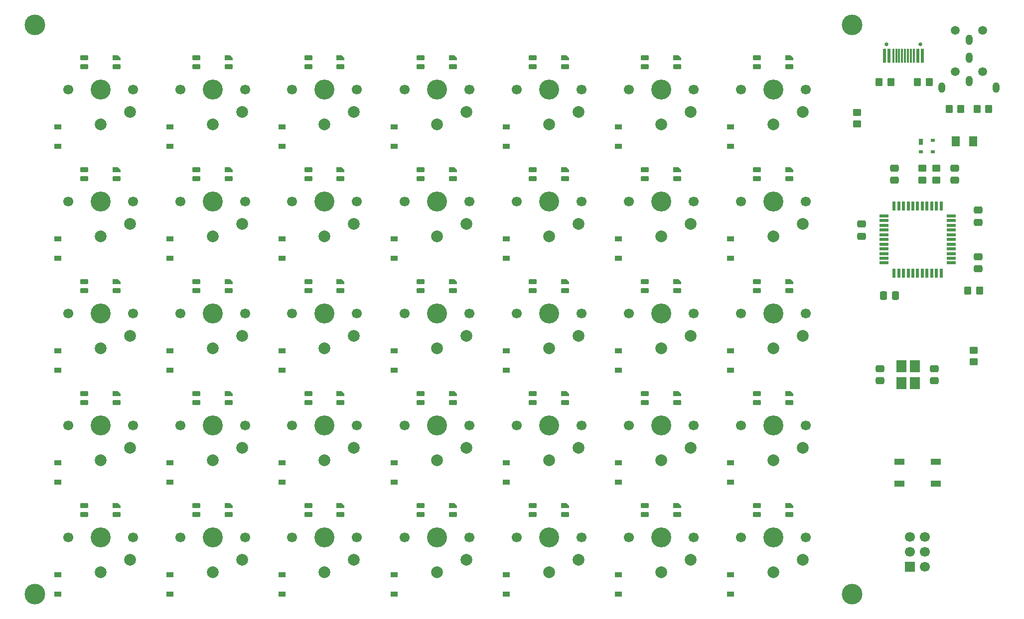
<source format=gts>
%TF.GenerationSoftware,KiCad,Pcbnew,(6.0.6)*%
%TF.CreationDate,2022-08-07T05:05:38+08:00*%
%TF.ProjectId,5x07,35783037-2e6b-4696-9361-645f70636258,rev?*%
%TF.SameCoordinates,Original*%
%TF.FileFunction,Soldermask,Top*%
%TF.FilePolarity,Negative*%
%FSLAX46Y46*%
G04 Gerber Fmt 4.6, Leading zero omitted, Abs format (unit mm)*
G04 Created by KiCad (PCBNEW (6.0.6)) date 2022-08-07 05:05:38*
%MOMM*%
%LPD*%
G01*
G04 APERTURE LIST*
G04 Aperture macros list*
%AMRoundRect*
0 Rectangle with rounded corners*
0 $1 Rounding radius*
0 $2 $3 $4 $5 $6 $7 $8 $9 X,Y pos of 4 corners*
0 Add a 4 corners polygon primitive as box body*
4,1,4,$2,$3,$4,$5,$6,$7,$8,$9,$2,$3,0*
0 Add four circle primitives for the rounded corners*
1,1,$1+$1,$2,$3*
1,1,$1+$1,$4,$5*
1,1,$1+$1,$6,$7*
1,1,$1+$1,$8,$9*
0 Add four rect primitives between the rounded corners*
20,1,$1+$1,$2,$3,$4,$5,0*
20,1,$1+$1,$4,$5,$6,$7,0*
20,1,$1+$1,$6,$7,$8,$9,0*
20,1,$1+$1,$8,$9,$2,$3,0*%
%AMFreePoly0*
4,1,18,-0.410000,0.265000,0.000000,0.675000,0.328000,0.675000,0.359380,0.668758,0.385983,0.650983,0.403758,0.624380,0.410000,0.593000,0.410000,-0.593000,0.403758,-0.624380,0.385983,-0.650983,0.359380,-0.668758,0.328000,-0.675000,-0.328000,-0.675000,-0.359380,-0.668758,-0.385983,-0.650983,-0.403758,-0.624380,-0.410000,-0.593000,-0.410000,0.265000,-0.410000,0.265000,$1*%
G04 Aperture macros list end*
%ADD10C,3.500000*%
%ADD11RoundRect,0.250000X-0.350000X-0.450000X0.350000X-0.450000X0.350000X0.450000X-0.350000X0.450000X0*%
%ADD12O,1.200000X1.800000*%
%ADD13C,1.500000*%
%ADD14RoundRect,0.082000X-0.593000X0.328000X-0.593000X-0.328000X0.593000X-0.328000X0.593000X0.328000X0*%
%ADD15FreePoly0,270.000000*%
%ADD16C,3.400000*%
%ADD17C,1.700000*%
%ADD18C,2.000000*%
%ADD19R,1.200000X0.900000*%
%ADD20R,1.700000X1.700000*%
%ADD21R,1.800000X1.100000*%
%ADD22RoundRect,0.250000X0.475000X-0.337500X0.475000X0.337500X-0.475000X0.337500X-0.475000X-0.337500X0*%
%ADD23RoundRect,0.250000X0.450000X-0.350000X0.450000X0.350000X-0.450000X0.350000X-0.450000X-0.350000X0*%
%ADD24RoundRect,0.250001X-0.462499X-0.624999X0.462499X-0.624999X0.462499X0.624999X-0.462499X0.624999X0*%
%ADD25R,0.600000X2.450000*%
%ADD26R,0.300000X2.450000*%
%ADD27C,0.650000*%
%ADD28RoundRect,0.250000X-0.450000X0.350000X-0.450000X-0.350000X0.450000X-0.350000X0.450000X0.350000X0*%
%ADD29RoundRect,0.250000X-0.475000X0.337500X-0.475000X-0.337500X0.475000X-0.337500X0.475000X0.337500X0*%
%ADD30RoundRect,0.250000X0.337500X0.475000X-0.337500X0.475000X-0.337500X-0.475000X0.337500X-0.475000X0*%
%ADD31RoundRect,0.250000X0.350000X0.450000X-0.350000X0.450000X-0.350000X-0.450000X0.350000X-0.450000X0*%
%ADD32R,0.550000X1.500000*%
%ADD33R,1.500000X0.550000*%
%ADD34R,0.700000X0.600000*%
%ADD35R,0.700000X1.000000*%
%ADD36R,1.800000X2.100000*%
G04 APERTURE END LIST*
D10*
%TO.C,H4*%
X194468750Y-130175000D03*
%TD*%
%TO.C,H3*%
X55562500Y-130175000D03*
%TD*%
D11*
%TO.C,R9*%
X215687500Y-47625000D03*
X217687500Y-47625000D03*
%TD*%
%TO.C,R8*%
X210937500Y-47625000D03*
X212937500Y-47625000D03*
%TD*%
D10*
%TO.C,H2*%
X194468750Y-33337500D03*
%TD*%
%TO.C,H1*%
X55562500Y-33337500D03*
%TD*%
D12*
%TO.C,J2*%
X214312500Y-42893750D03*
X214312500Y-35893750D03*
X214312500Y-38893750D03*
X209712500Y-43993750D03*
X218912500Y-43993750D03*
D13*
X212012500Y-41293750D03*
X216612500Y-41293750D03*
X216612500Y-34293750D03*
X212012500Y-34293750D03*
%TD*%
D14*
%TO.C,LED31*%
X140218750Y-116637500D03*
X140218750Y-115137500D03*
X145668750Y-116637500D03*
D15*
X145668750Y-115137500D03*
%TD*%
D14*
%TO.C,LED24*%
X140218750Y-97587500D03*
X140218750Y-96087500D03*
X145668750Y-97587500D03*
D15*
X145668750Y-96087500D03*
%TD*%
D14*
%TO.C,LED27*%
X83068750Y-97587500D03*
X83068750Y-96087500D03*
X88518750Y-97587500D03*
D15*
X88518750Y-96087500D03*
%TD*%
D16*
%TO.C,K34*%
X104787500Y-101537500D03*
D17*
X110287500Y-101537500D03*
X99287500Y-101537500D03*
D18*
X109787500Y-105337500D03*
X104787500Y-107437500D03*
%TD*%
D16*
%TO.C,K43*%
X123893750Y-120587500D03*
D17*
X129393750Y-120587500D03*
X118393750Y-120587500D03*
D18*
X128893750Y-124387500D03*
X123893750Y-126487500D03*
%TD*%
D14*
%TO.C,LED35*%
X64018750Y-116637500D03*
X64018750Y-115137500D03*
X69468750Y-116637500D03*
D15*
X69468750Y-115137500D03*
%TD*%
D14*
%TO.C,LED34*%
X83068750Y-116637500D03*
X83068750Y-115137500D03*
X88518750Y-116637500D03*
D15*
X88518750Y-115137500D03*
%TD*%
D14*
%TO.C,LED33*%
X102062500Y-116637500D03*
X102062500Y-115137500D03*
X107512500Y-116637500D03*
D15*
X107512500Y-115137500D03*
%TD*%
D14*
%TO.C,LED32*%
X121168750Y-116637500D03*
X121168750Y-115137500D03*
X126618750Y-116637500D03*
D15*
X126618750Y-115137500D03*
%TD*%
D14*
%TO.C,LED30*%
X159268750Y-116637500D03*
X159268750Y-115137500D03*
X164718750Y-116637500D03*
D15*
X164718750Y-115137500D03*
%TD*%
D14*
%TO.C,LED29*%
X178318750Y-116637500D03*
X178318750Y-115137500D03*
X183768750Y-116637500D03*
D15*
X183768750Y-115137500D03*
%TD*%
D14*
%TO.C,LED28*%
X64018750Y-97587500D03*
X64018750Y-96087500D03*
X69468750Y-97587500D03*
D15*
X69468750Y-96087500D03*
%TD*%
D14*
%TO.C,LED26*%
X102062500Y-97587500D03*
X102062500Y-96087500D03*
X107512500Y-97587500D03*
D15*
X107512500Y-96087500D03*
%TD*%
D14*
%TO.C,LED25*%
X121168750Y-97587500D03*
X121168750Y-96087500D03*
X126618750Y-97587500D03*
D15*
X126618750Y-96087500D03*
%TD*%
D14*
%TO.C,LED23*%
X159268750Y-97587500D03*
X159268750Y-96087500D03*
X164718750Y-97587500D03*
D15*
X164718750Y-96087500D03*
%TD*%
D14*
%TO.C,LED22*%
X178318750Y-97587500D03*
X178318750Y-96087500D03*
X183768750Y-97587500D03*
D15*
X183768750Y-96087500D03*
%TD*%
D14*
%TO.C,LED21*%
X64018750Y-78537500D03*
X64018750Y-77037500D03*
X69468750Y-78537500D03*
D15*
X69468750Y-77037500D03*
%TD*%
D14*
%TO.C,LED20*%
X83068750Y-78537500D03*
X83068750Y-77037500D03*
X88518750Y-78537500D03*
D15*
X88518750Y-77037500D03*
%TD*%
D14*
%TO.C,LED19*%
X102062500Y-78537500D03*
X102062500Y-77037500D03*
X107512500Y-78537500D03*
D15*
X107512500Y-77037500D03*
%TD*%
D14*
%TO.C,LED18*%
X121168750Y-78537500D03*
X121168750Y-77037500D03*
X126618750Y-78537500D03*
D15*
X126618750Y-77037500D03*
%TD*%
D14*
%TO.C,LED17*%
X140218750Y-78537500D03*
X140218750Y-77037500D03*
X145668750Y-78537500D03*
D15*
X145668750Y-77037500D03*
%TD*%
D14*
%TO.C,LED16*%
X159268750Y-78537500D03*
X159268750Y-77037500D03*
X164718750Y-78537500D03*
D15*
X164718750Y-77037500D03*
%TD*%
D14*
%TO.C,LED15*%
X178318750Y-78537500D03*
X178318750Y-77037500D03*
X183768750Y-78537500D03*
D15*
X183768750Y-77037500D03*
%TD*%
D14*
%TO.C,LED14*%
X64018750Y-59487500D03*
X64018750Y-57987500D03*
X69468750Y-59487500D03*
D15*
X69468750Y-57987500D03*
%TD*%
D14*
%TO.C,LED13*%
X83068750Y-59487500D03*
X83068750Y-57987500D03*
X88518750Y-59487500D03*
D15*
X88518750Y-57987500D03*
%TD*%
D14*
%TO.C,LED12*%
X102062500Y-59487500D03*
X102062500Y-57987500D03*
X107512500Y-59487500D03*
D15*
X107512500Y-57987500D03*
%TD*%
D14*
%TO.C,LED11*%
X121168750Y-59487500D03*
X121168750Y-57987500D03*
X126618750Y-59487500D03*
D15*
X126618750Y-57987500D03*
%TD*%
D14*
%TO.C,LED10*%
X140218750Y-59487500D03*
X140218750Y-57987500D03*
X145668750Y-59487500D03*
D15*
X145668750Y-57987500D03*
%TD*%
D14*
%TO.C,LED9*%
X159268750Y-59487500D03*
X159268750Y-57987500D03*
X164718750Y-59487500D03*
D15*
X164718750Y-57987500D03*
%TD*%
D14*
%TO.C,LED8*%
X178318750Y-59487500D03*
X178318750Y-57987500D03*
X183768750Y-59487500D03*
D15*
X183768750Y-57987500D03*
%TD*%
D14*
%TO.C,LED7*%
X64018750Y-40437500D03*
X64018750Y-38937500D03*
X69468750Y-40437500D03*
D15*
X69468750Y-38937500D03*
%TD*%
D14*
%TO.C,LED6*%
X83068750Y-40437500D03*
X83068750Y-38937500D03*
X88518750Y-40437500D03*
D15*
X88518750Y-38937500D03*
%TD*%
D14*
%TO.C,LED5*%
X102062500Y-40437500D03*
X102062500Y-38937500D03*
X107512500Y-40437500D03*
D15*
X107512500Y-38937500D03*
%TD*%
D14*
%TO.C,LED4*%
X121168750Y-40437500D03*
X121168750Y-38937500D03*
X126618750Y-40437500D03*
D15*
X126618750Y-38937500D03*
%TD*%
D14*
%TO.C,LED3*%
X140218750Y-40437500D03*
X140218750Y-38937500D03*
X145668750Y-40437500D03*
D15*
X145668750Y-38937500D03*
%TD*%
D14*
%TO.C,LED2*%
X159268750Y-40437500D03*
X159268750Y-38937500D03*
X164718750Y-40437500D03*
D15*
X164718750Y-38937500D03*
%TD*%
D14*
%TO.C,LED1*%
X178318750Y-40437500D03*
X178318750Y-38937500D03*
X183768750Y-40437500D03*
D15*
X183768750Y-38937500D03*
%TD*%
D19*
%TO.C,D46*%
X59531250Y-130237500D03*
X59531250Y-126937500D03*
%TD*%
%TO.C,D45*%
X78581250Y-130237500D03*
X78581250Y-126937500D03*
%TD*%
%TO.C,D44*%
X97631250Y-130237500D03*
X97631250Y-126937500D03*
%TD*%
%TO.C,D43*%
X116681250Y-130237500D03*
X116681250Y-126937500D03*
%TD*%
%TO.C,D42*%
X135731250Y-130237500D03*
X135731250Y-126937500D03*
%TD*%
%TO.C,D41*%
X154781250Y-130237500D03*
X154781250Y-126937500D03*
%TD*%
%TO.C,D40*%
X173831250Y-130237500D03*
X173831250Y-126937500D03*
%TD*%
%TO.C,D36*%
X59531250Y-111187500D03*
X59531250Y-107887500D03*
%TD*%
%TO.C,D35*%
X78581250Y-111187500D03*
X78581250Y-107887500D03*
%TD*%
%TO.C,D34*%
X97631250Y-111187500D03*
X97631250Y-107887500D03*
%TD*%
%TO.C,D33*%
X116681250Y-111187500D03*
X116681250Y-107887500D03*
%TD*%
%TO.C,D32*%
X135731250Y-111187500D03*
X135731250Y-107887500D03*
%TD*%
%TO.C,D31*%
X154781250Y-111187500D03*
X154781250Y-107887500D03*
%TD*%
%TO.C,D30*%
X173831250Y-111187500D03*
X173831250Y-107887500D03*
%TD*%
%TO.C,D26*%
X59531250Y-92137500D03*
X59531250Y-88837500D03*
%TD*%
%TO.C,D25*%
X78581250Y-92137500D03*
X78581250Y-88837500D03*
%TD*%
%TO.C,D24*%
X97631250Y-92137500D03*
X97631250Y-88837500D03*
%TD*%
%TO.C,D23*%
X116681250Y-92137500D03*
X116681250Y-88837500D03*
%TD*%
%TO.C,D22*%
X135731250Y-92137500D03*
X135731250Y-88837500D03*
%TD*%
%TO.C,D21*%
X154781250Y-92137500D03*
X154781250Y-88837500D03*
%TD*%
%TO.C,D20*%
X173831250Y-92137500D03*
X173831250Y-88837500D03*
%TD*%
%TO.C,D16*%
X59531250Y-73087500D03*
X59531250Y-69787500D03*
%TD*%
%TO.C,D15*%
X78581250Y-73087500D03*
X78581250Y-69787500D03*
%TD*%
%TO.C,D14*%
X97631250Y-73087500D03*
X97631250Y-69787500D03*
%TD*%
%TO.C,D13*%
X116681250Y-73087500D03*
X116681250Y-69787500D03*
%TD*%
%TO.C,D12*%
X135731250Y-73087500D03*
X135731250Y-69787500D03*
%TD*%
%TO.C,D11*%
X154781250Y-73087500D03*
X154781250Y-69787500D03*
%TD*%
%TO.C,D10*%
X173831250Y-73087500D03*
X173831250Y-69787500D03*
%TD*%
%TO.C,D6*%
X59531250Y-54037500D03*
X59531250Y-50737500D03*
%TD*%
%TO.C,D5*%
X78581250Y-54037500D03*
X78581250Y-50737500D03*
%TD*%
%TO.C,D4*%
X97631250Y-54037500D03*
X97631250Y-50737500D03*
%TD*%
%TO.C,D3*%
X116681250Y-54037500D03*
X116681250Y-50737500D03*
%TD*%
%TO.C,D2*%
X135731250Y-54037500D03*
X135731250Y-50737500D03*
%TD*%
%TO.C,D1*%
X154781250Y-54037500D03*
X154781250Y-50737500D03*
%TD*%
%TO.C,D0*%
X173831250Y-54037500D03*
X173831250Y-50737500D03*
%TD*%
D16*
%TO.C,K41*%
X161991446Y-120588407D03*
D17*
X167491446Y-120588407D03*
X156491446Y-120588407D03*
D18*
X166991446Y-124388407D03*
X161991446Y-126488407D03*
%TD*%
D16*
%TO.C,K20*%
X181041310Y-82487500D03*
D17*
X186541310Y-82487500D03*
X175541310Y-82487500D03*
D18*
X186041310Y-86287500D03*
X181041310Y-88387500D03*
%TD*%
D16*
%TO.C,K46*%
X66743750Y-120587500D03*
D17*
X72243750Y-120587500D03*
X61243750Y-120587500D03*
D18*
X71743750Y-124387500D03*
X66743750Y-126487500D03*
%TD*%
D16*
%TO.C,K36*%
X66743750Y-101537500D03*
D17*
X72243750Y-101537500D03*
X61243750Y-101537500D03*
D18*
X71743750Y-105337500D03*
X66743750Y-107437500D03*
%TD*%
D16*
%TO.C,K12*%
X142941914Y-63437625D03*
D17*
X148441914Y-63437625D03*
X137441914Y-63437625D03*
D18*
X147941914Y-67237625D03*
X142941914Y-69337625D03*
%TD*%
D16*
%TO.C,K22*%
X142943390Y-82487020D03*
D17*
X148443390Y-82487020D03*
X137443390Y-82487020D03*
D18*
X147943390Y-86287020D03*
X142943390Y-88387020D03*
%TD*%
D16*
%TO.C,K35*%
X85793750Y-101537500D03*
D17*
X91293750Y-101537500D03*
X80293750Y-101537500D03*
D18*
X90793750Y-105337500D03*
X85793750Y-107437500D03*
%TD*%
D16*
%TO.C,K23*%
X123893750Y-82487500D03*
D17*
X129393750Y-82487500D03*
X118393750Y-82487500D03*
D18*
X128893750Y-86287500D03*
X123893750Y-88387500D03*
%TD*%
D16*
%TO.C,K5*%
X85793750Y-44387500D03*
D17*
X91293750Y-44387500D03*
X80293750Y-44387500D03*
D18*
X90793750Y-48187500D03*
X85793750Y-50287500D03*
%TD*%
D16*
%TO.C,K40*%
X181043018Y-120587500D03*
D17*
X186543018Y-120587500D03*
X175543018Y-120587500D03*
D18*
X186043018Y-124387500D03*
X181043018Y-126487500D03*
%TD*%
D16*
%TO.C,K44*%
X104787500Y-120587500D03*
D17*
X110287500Y-120587500D03*
X99287500Y-120587500D03*
D18*
X109787500Y-124387500D03*
X104787500Y-126487500D03*
%TD*%
D16*
%TO.C,K32*%
X142943749Y-101536313D03*
D17*
X148443749Y-101536313D03*
X137443749Y-101536313D03*
D18*
X147943749Y-105336313D03*
X142943749Y-107436313D03*
%TD*%
D16*
%TO.C,K15*%
X85793750Y-63437500D03*
D17*
X91293750Y-63437500D03*
X80293750Y-63437500D03*
D18*
X90793750Y-67237500D03*
X85793750Y-69337500D03*
%TD*%
D16*
%TO.C,K14*%
X104787500Y-63437500D03*
D17*
X110287500Y-63437500D03*
X99287500Y-63437500D03*
D18*
X109787500Y-67237500D03*
X104787500Y-69337500D03*
%TD*%
D16*
%TO.C,K0*%
X181041310Y-44387500D03*
D17*
X186541310Y-44387500D03*
X175541310Y-44387500D03*
D18*
X186041310Y-48187500D03*
X181041310Y-50287500D03*
%TD*%
D16*
%TO.C,K2*%
X142940252Y-44387477D03*
D17*
X148440252Y-44387477D03*
X137440252Y-44387477D03*
D18*
X147940252Y-48187477D03*
X142940252Y-50287477D03*
%TD*%
D16*
%TO.C,K26*%
X66743750Y-82487500D03*
D17*
X72243750Y-82487500D03*
X61243750Y-82487500D03*
D18*
X71743750Y-86287500D03*
X66743750Y-88387500D03*
%TD*%
D16*
%TO.C,K13*%
X123893750Y-63437500D03*
D17*
X129393750Y-63437500D03*
X118393750Y-63437500D03*
D18*
X128893750Y-67237500D03*
X123893750Y-69337500D03*
%TD*%
D16*
%TO.C,K1*%
X161990216Y-44387052D03*
D17*
X167490216Y-44387052D03*
X156490216Y-44387052D03*
D18*
X166990216Y-48187052D03*
X161990216Y-50287052D03*
%TD*%
D16*
%TO.C,K4*%
X104787500Y-44387500D03*
D17*
X110287500Y-44387500D03*
X99287500Y-44387500D03*
D18*
X109787500Y-48187500D03*
X104787500Y-50287500D03*
%TD*%
D16*
%TO.C,K6*%
X66743750Y-44387500D03*
D17*
X72243750Y-44387500D03*
X61243750Y-44387500D03*
D18*
X71743750Y-48187500D03*
X66743750Y-50287500D03*
%TD*%
D17*
%TO.C,J1*%
X206851250Y-120491250D03*
X204311250Y-120491250D03*
X206851250Y-123031250D03*
X204311250Y-123031250D03*
X206851250Y-125571250D03*
D20*
X204311250Y-125571250D03*
%TD*%
D16*
%TO.C,K21*%
X161992926Y-82486455D03*
D17*
X167492926Y-82486455D03*
X156492926Y-82486455D03*
D18*
X166992926Y-86286455D03*
X161992926Y-88386455D03*
%TD*%
D16*
%TO.C,K24*%
X104787500Y-82487500D03*
D17*
X110287500Y-82487500D03*
X99287500Y-82487500D03*
D18*
X109787500Y-86287500D03*
X104787500Y-88387500D03*
%TD*%
D16*
%TO.C,K16*%
X66743750Y-63437500D03*
D17*
X72243750Y-63437500D03*
X61243750Y-63437500D03*
D18*
X71743750Y-67237500D03*
X66743750Y-69337500D03*
%TD*%
D16*
%TO.C,K11*%
X161991197Y-63438204D03*
D17*
X167491197Y-63438204D03*
X156491197Y-63438204D03*
D18*
X166991197Y-67238204D03*
X161991197Y-69338204D03*
%TD*%
D16*
%TO.C,K30*%
X181043750Y-101537500D03*
D17*
X186543750Y-101537500D03*
X175543750Y-101537500D03*
D18*
X186043750Y-105337500D03*
X181043750Y-107437500D03*
%TD*%
D21*
%TO.C,SW1*%
X202481250Y-111387500D03*
X208681250Y-111387500D03*
X202481250Y-107687500D03*
X208681250Y-107687500D03*
%TD*%
D16*
%TO.C,K42*%
X142942431Y-120588881D03*
D17*
X148442431Y-120588881D03*
X137442431Y-120588881D03*
D18*
X147942431Y-124388881D03*
X142942431Y-126488881D03*
%TD*%
D16*
%TO.C,K45*%
X85793750Y-120587500D03*
D17*
X91293750Y-120587500D03*
X80293750Y-120587500D03*
D18*
X90793750Y-124387500D03*
X85793750Y-126487500D03*
%TD*%
D16*
%TO.C,K33*%
X123893750Y-101537500D03*
D17*
X129393750Y-101537500D03*
X118393750Y-101537500D03*
D18*
X128893750Y-105337500D03*
X123893750Y-107437500D03*
%TD*%
D16*
%TO.C,K3*%
X123893750Y-44387500D03*
D17*
X129393750Y-44387500D03*
X118393750Y-44387500D03*
D18*
X128893750Y-48187500D03*
X123893750Y-50287500D03*
%TD*%
D16*
%TO.C,K10*%
X181041310Y-63437500D03*
D17*
X186541310Y-63437500D03*
X175541310Y-63437500D03*
D18*
X186041310Y-67237500D03*
X181041310Y-69337500D03*
%TD*%
D16*
%TO.C,K31*%
X161993750Y-101536709D03*
D17*
X167493750Y-101536709D03*
X156493750Y-101536709D03*
D18*
X166993750Y-105336709D03*
X161993750Y-107436709D03*
%TD*%
D16*
%TO.C,K25*%
X85793750Y-82487500D03*
D17*
X91293750Y-82487500D03*
X80293750Y-82487500D03*
D18*
X90793750Y-86287500D03*
X85793750Y-88387500D03*
%TD*%
D22*
%TO.C,C8*%
X211931250Y-59775000D03*
X211931250Y-57700000D03*
%TD*%
D23*
%TO.C,R7*%
X195262500Y-48212500D03*
X195262500Y-50212500D03*
%TD*%
D24*
%TO.C,F1*%
X215006250Y-53181250D03*
X212031250Y-53181250D03*
%TD*%
D25*
%TO.C,USB1*%
X199975000Y-38578750D03*
X200750000Y-38578750D03*
D26*
X201450000Y-38578750D03*
X201950000Y-38578750D03*
X202450000Y-38578750D03*
X202950000Y-38578750D03*
X203450000Y-38578750D03*
X203950000Y-38578750D03*
X204450000Y-38578750D03*
X204950000Y-38578750D03*
D25*
X205650000Y-38578750D03*
X206425000Y-38578750D03*
D27*
X200310000Y-36633750D03*
X206090000Y-36633750D03*
%TD*%
D28*
%TO.C,R5*%
X206375000Y-57737500D03*
X206375000Y-59737500D03*
%TD*%
D29*
%TO.C,C3*%
X201612500Y-57700000D03*
X201612500Y-59775000D03*
%TD*%
D30*
%TO.C,C4*%
X201856250Y-79375000D03*
X199781250Y-79375000D03*
%TD*%
D22*
%TO.C,C5*%
X215900000Y-74856250D03*
X215900000Y-72781250D03*
%TD*%
D29*
%TO.C,C6*%
X196056250Y-67225000D03*
X196056250Y-69300000D03*
%TD*%
D31*
%TO.C,R1*%
X199025000Y-43083750D03*
X201025000Y-43083750D03*
%TD*%
D32*
%TO.C,U1*%
X209581250Y-64150000D03*
X208781250Y-64150000D03*
X207981250Y-64150000D03*
X207181250Y-64150000D03*
X206381250Y-64150000D03*
X205581250Y-64150000D03*
X204781250Y-64150000D03*
X203981250Y-64150000D03*
X203181250Y-64150000D03*
X202381250Y-64150000D03*
X201581250Y-64150000D03*
D33*
X199881250Y-65850000D03*
X199881250Y-66650000D03*
X199881250Y-67450000D03*
X199881250Y-68250000D03*
X199881250Y-69050000D03*
X199881250Y-69850000D03*
X199881250Y-70650000D03*
X199881250Y-71450000D03*
X199881250Y-72250000D03*
X199881250Y-73050000D03*
X199881250Y-73850000D03*
D32*
X201581250Y-75550000D03*
X202381250Y-75550000D03*
X203181250Y-75550000D03*
X203981250Y-75550000D03*
X204781250Y-75550000D03*
X205581250Y-75550000D03*
X206381250Y-75550000D03*
X207181250Y-75550000D03*
X207981250Y-75550000D03*
X208781250Y-75550000D03*
X209581250Y-75550000D03*
D33*
X211281250Y-73850000D03*
X211281250Y-73050000D03*
X211281250Y-72250000D03*
X211281250Y-71450000D03*
X211281250Y-70650000D03*
X211281250Y-69850000D03*
X211281250Y-69050000D03*
X211281250Y-68250000D03*
X211281250Y-67450000D03*
X211281250Y-66650000D03*
X211281250Y-65850000D03*
%TD*%
D22*
%TO.C,C1*%
X199231250Y-93906250D03*
X199231250Y-91831250D03*
%TD*%
D11*
%TO.C,R2*%
X207581250Y-43083750D03*
X205581250Y-43083750D03*
%TD*%
D28*
%TO.C,R4*%
X208756250Y-57737500D03*
X208756250Y-59737500D03*
%TD*%
D29*
%TO.C,C7*%
X215900000Y-64843750D03*
X215900000Y-66918750D03*
%TD*%
D28*
%TO.C,R6*%
X215106250Y-88693750D03*
X215106250Y-90693750D03*
%TD*%
D34*
%TO.C,U2*%
X208168750Y-54925000D03*
X206168750Y-54925000D03*
X208168750Y-53025000D03*
D35*
X206168750Y-53225000D03*
%TD*%
D29*
%TO.C,C2*%
X208418750Y-91831250D03*
X208418750Y-93906250D03*
%TD*%
D36*
%TO.C,Y1*%
X202843750Y-91418750D03*
X202843750Y-94318750D03*
X205143750Y-94318750D03*
X205143750Y-91418750D03*
%TD*%
D11*
%TO.C,R3*%
X214106250Y-78581250D03*
X216106250Y-78581250D03*
%TD*%
M02*

</source>
